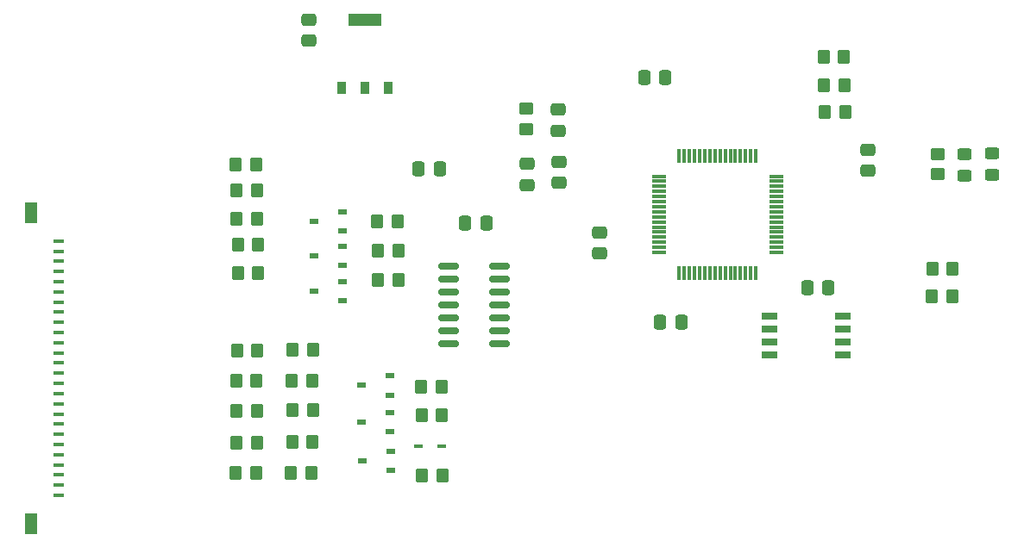
<source format=gbr>
%TF.GenerationSoftware,KiCad,Pcbnew,9.0.5*%
%TF.CreationDate,2025-10-22T22:52:51+01:00*%
%TF.ProjectId,Gotek,476f7465-6b2e-46b6-9963-61645f706362,rev?*%
%TF.SameCoordinates,Original*%
%TF.FileFunction,Paste,Top*%
%TF.FilePolarity,Positive*%
%FSLAX46Y46*%
G04 Gerber Fmt 4.6, Leading zero omitted, Abs format (unit mm)*
G04 Created by KiCad (PCBNEW 9.0.5) date 2025-10-22 22:52:51*
%MOMM*%
%LPD*%
G01*
G04 APERTURE LIST*
G04 Aperture macros list*
%AMRoundRect*
0 Rectangle with rounded corners*
0 $1 Rounding radius*
0 $2 $3 $4 $5 $6 $7 $8 $9 X,Y pos of 4 corners*
0 Add a 4 corners polygon primitive as box body*
4,1,4,$2,$3,$4,$5,$6,$7,$8,$9,$2,$3,0*
0 Add four circle primitives for the rounded corners*
1,1,$1+$1,$2,$3*
1,1,$1+$1,$4,$5*
1,1,$1+$1,$6,$7*
1,1,$1+$1,$8,$9*
0 Add four rect primitives between the rounded corners*
20,1,$1+$1,$2,$3,$4,$5,0*
20,1,$1+$1,$4,$5,$6,$7,0*
20,1,$1+$1,$6,$7,$8,$9,0*
20,1,$1+$1,$8,$9,$2,$3,0*%
G04 Aperture macros list end*
%ADD10RoundRect,0.250000X-0.350000X-0.450000X0.350000X-0.450000X0.350000X0.450000X-0.350000X0.450000X0*%
%ADD11RoundRect,0.250000X-0.475000X0.337500X-0.475000X-0.337500X0.475000X-0.337500X0.475000X0.337500X0*%
%ADD12R,0.900000X0.600000*%
%ADD13RoundRect,0.250000X0.450000X-0.325000X0.450000X0.325000X-0.450000X0.325000X-0.450000X-0.325000X0*%
%ADD14RoundRect,0.250000X-0.337500X-0.475000X0.337500X-0.475000X0.337500X0.475000X-0.337500X0.475000X0*%
%ADD15R,1.650000X0.700000*%
%ADD16R,0.820000X0.420000*%
%ADD17R,1.475000X0.300000*%
%ADD18R,0.300000X1.475000*%
%ADD19R,1.000000X0.400000*%
%ADD20R,1.300000X2.000000*%
%ADD21RoundRect,0.250000X0.337500X0.475000X-0.337500X0.475000X-0.337500X-0.475000X0.337500X-0.475000X0*%
%ADD22RoundRect,0.250000X-0.450000X0.350000X-0.450000X-0.350000X0.450000X-0.350000X0.450000X0.350000X0*%
%ADD23R,0.950000X1.300000*%
%ADD24R,3.250000X1.300000*%
%ADD25RoundRect,0.250000X0.350000X0.450000X-0.350000X0.450000X-0.350000X-0.450000X0.350000X-0.450000X0*%
%ADD26RoundRect,0.150000X-0.825000X-0.150000X0.825000X-0.150000X0.825000X0.150000X-0.825000X0.150000X0*%
G04 APERTURE END LIST*
D10*
%TO.C,RB1*%
X176755550Y-62506225D03*
X178755550Y-62506225D03*
%TD*%
%TO.C,PU5*%
X119195975Y-91357450D03*
X121195975Y-91357450D03*
%TD*%
D11*
%TO.C,C4*%
X147659725Y-73025725D03*
X147659725Y-75100725D03*
%TD*%
D12*
%TO.C,Q5*%
X134226125Y-99390875D03*
X134226125Y-97490875D03*
X131426125Y-98440875D03*
%TD*%
D10*
%TO.C,RN4*%
X137337925Y-103641525D03*
X139337925Y-103641525D03*
%TD*%
D12*
%TO.C,Q6*%
X134226125Y-95761850D03*
X134226125Y-93861850D03*
X131426125Y-94811850D03*
%TD*%
D13*
%TO.C,L5*%
X190595250Y-74173550D03*
X190595250Y-72123550D03*
%TD*%
D14*
%TO.C,C20*%
X141561275Y-78879700D03*
X143636275Y-78879700D03*
%TD*%
D10*
%TO.C,RA1*%
X176860200Y-67922775D03*
X178860200Y-67922775D03*
%TD*%
%TO.C,PU12*%
X119056275Y-103397050D03*
X121056275Y-103397050D03*
%TD*%
D14*
%TO.C,C6*%
X159165925Y-64573150D03*
X161240925Y-64573150D03*
%TD*%
D10*
%TO.C,PU13*%
X124498225Y-103431975D03*
X126498225Y-103431975D03*
%TD*%
%TO.C,PU2*%
X119164225Y-78432025D03*
X121164225Y-78432025D03*
%TD*%
%TO.C,PU11*%
X119126125Y-100466525D03*
X121126125Y-100466525D03*
%TD*%
D12*
%TO.C,Q3*%
X129523775Y-86497200D03*
X129523775Y-84597200D03*
X126723775Y-85547200D03*
%TD*%
D10*
%TO.C,PU9*%
X119126125Y-97326450D03*
X121126125Y-97326450D03*
%TD*%
D12*
%TO.C,Q4*%
X134261050Y-103159600D03*
X134261050Y-101259600D03*
X131461050Y-102209600D03*
%TD*%
D10*
%TO.C,RN2*%
X133016750Y-81600675D03*
X135016750Y-81600675D03*
%TD*%
%TO.C,PU8*%
X124637925Y-97221675D03*
X126637925Y-97221675D03*
%TD*%
D14*
%TO.C,C18*%
X137027375Y-73539350D03*
X139102375Y-73539350D03*
%TD*%
D11*
%TO.C,C5*%
X150764875Y-72851100D03*
X150764875Y-74926100D03*
%TD*%
D15*
%TO.C,U8*%
X171469500Y-88026875D03*
X171469500Y-89296875D03*
X171469500Y-90566875D03*
X171469500Y-91836875D03*
X178669500Y-91836875D03*
X178669500Y-90566875D03*
X178669500Y-89296875D03*
X178669500Y-88026875D03*
%TD*%
D10*
%TO.C,RN1*%
X132934075Y-78705075D03*
X134934075Y-78705075D03*
%TD*%
D12*
%TO.C,Q2*%
X129552525Y-83042800D03*
X129552525Y-81142800D03*
X126752525Y-82092800D03*
%TD*%
D16*
%TO.C,DID1*%
X139313300Y-100812600D03*
X137013300Y-100812600D03*
%TD*%
D10*
%TO.C,RN3*%
X133016750Y-84461350D03*
X135016750Y-84461350D03*
%TD*%
%TO.C,RN5*%
X137303000Y-97742375D03*
X139303000Y-97742375D03*
%TD*%
D11*
%TO.C,C3*%
X150729950Y-67688550D03*
X150729950Y-69763550D03*
%TD*%
D17*
%TO.C,U3*%
X160606600Y-74250225D03*
X160606600Y-74750225D03*
X160606600Y-75250225D03*
X160606600Y-75750225D03*
X160606600Y-76250225D03*
X160606600Y-76750225D03*
X160606600Y-77250225D03*
X160606600Y-77750225D03*
X160606600Y-78250225D03*
X160606600Y-78750225D03*
X160606600Y-79250225D03*
X160606600Y-79750225D03*
X160606600Y-80250225D03*
X160606600Y-80750225D03*
X160606600Y-81250225D03*
X160606600Y-81750225D03*
D18*
X162594600Y-83738225D03*
X163094600Y-83738225D03*
X163594600Y-83738225D03*
X164094600Y-83738225D03*
X164594600Y-83738225D03*
X165094600Y-83738225D03*
X165594600Y-83738225D03*
X166094600Y-83738225D03*
X166594600Y-83738225D03*
X167094600Y-83738225D03*
X167594600Y-83738225D03*
X168094600Y-83738225D03*
X168594600Y-83738225D03*
X169094600Y-83738225D03*
X169594600Y-83738225D03*
X170094600Y-83738225D03*
D17*
X172082600Y-81750225D03*
X172082600Y-81250225D03*
X172082600Y-80750225D03*
X172082600Y-80250225D03*
X172082600Y-79750225D03*
X172082600Y-79250225D03*
X172082600Y-78750225D03*
X172082600Y-78250225D03*
X172082600Y-77750225D03*
X172082600Y-77250225D03*
X172082600Y-76750225D03*
X172082600Y-76250225D03*
X172082600Y-75750225D03*
X172082600Y-75250225D03*
X172082600Y-74750225D03*
X172082600Y-74250225D03*
D18*
X170094600Y-72262225D03*
X169594600Y-72262225D03*
X169094600Y-72262225D03*
X168594600Y-72262225D03*
X168094600Y-72262225D03*
X167594600Y-72262225D03*
X167094600Y-72262225D03*
X166594600Y-72262225D03*
X166094600Y-72262225D03*
X165594600Y-72262225D03*
X165094600Y-72262225D03*
X164594600Y-72262225D03*
X164094600Y-72262225D03*
X163594600Y-72262225D03*
X163094600Y-72262225D03*
X162594600Y-72262225D03*
%TD*%
D10*
%TO.C,PU1*%
X119129300Y-75638025D03*
X121129300Y-75638025D03*
%TD*%
D19*
%TO.C,P1*%
X101666675Y-80618051D03*
X101666675Y-81618051D03*
X101666675Y-82618052D03*
X101666675Y-83618050D03*
X101666675Y-84618050D03*
X101666675Y-85618051D03*
X101666675Y-86618051D03*
X101666675Y-87618049D03*
X101666675Y-88618050D03*
X101666675Y-89618050D03*
X101666675Y-90618051D03*
X101666675Y-91618051D03*
X101666675Y-92618049D03*
X101666675Y-93618050D03*
X101666675Y-94618051D03*
X101666675Y-95618051D03*
X101666675Y-96618052D03*
X101666675Y-97618050D03*
X101666675Y-98618050D03*
X101666675Y-99618051D03*
X101666675Y-100618051D03*
X101666675Y-101618052D03*
X101666675Y-102618050D03*
X101666675Y-103618050D03*
X101666675Y-104618051D03*
X101666675Y-105618051D03*
D20*
X98966676Y-77818076D03*
X98966676Y-108418026D03*
%TD*%
D11*
%TO.C,C23*%
X126253875Y-58846900D03*
X126253875Y-60921900D03*
%TD*%
D10*
%TO.C,PU6*%
X124555250Y-94322900D03*
X126555250Y-94322900D03*
%TD*%
%TO.C,RN6*%
X137233150Y-94916625D03*
X139233150Y-94916625D03*
%TD*%
%TO.C,R2*%
X187375925Y-86077425D03*
X189375925Y-86077425D03*
%TD*%
D21*
%TO.C,C8*%
X162797400Y-88576150D03*
X160722400Y-88576150D03*
%TD*%
D22*
%TO.C,R10*%
X147589875Y-67621275D03*
X147589875Y-69621275D03*
%TD*%
D10*
%TO.C,RC1*%
X176809525Y-65354200D03*
X178809525Y-65354200D03*
%TD*%
D23*
%TO.C,U4*%
X129434400Y-65554600D03*
X131724400Y-65554600D03*
X134014400Y-65554600D03*
D24*
X131724400Y-58854600D03*
%TD*%
D10*
%TO.C,PU10*%
X124603000Y-100396675D03*
X126603000Y-100396675D03*
%TD*%
D25*
%TO.C,RN13*%
X121059450Y-73091675D03*
X119059450Y-73091675D03*
%TD*%
D12*
%TO.C,Q1*%
X129517600Y-79623325D03*
X129517600Y-77723325D03*
X126717600Y-78673325D03*
%TD*%
D13*
%TO.C,L4*%
X193328925Y-74084925D03*
X193328925Y-72034925D03*
%TD*%
D10*
%TO.C,PU14*%
X119269000Y-83734275D03*
X121269000Y-83734275D03*
%TD*%
D26*
%TO.C,U1*%
X139984075Y-83127850D03*
X139984075Y-84397850D03*
X139984075Y-85667850D03*
X139984075Y-86937850D03*
X139984075Y-88207850D03*
X139984075Y-89477850D03*
X139984075Y-90747850D03*
X144934075Y-90747850D03*
X144934075Y-89477850D03*
X144934075Y-88207850D03*
X144934075Y-86937850D03*
X144934075Y-85667850D03*
X144934075Y-84397850D03*
X144934075Y-83127850D03*
%TD*%
D10*
%TO.C,R1*%
X187417200Y-83331050D03*
X189417200Y-83331050D03*
%TD*%
D22*
%TO.C,R21*%
X187915550Y-72059925D03*
X187915550Y-74059925D03*
%TD*%
D11*
%TO.C,C9*%
X154774900Y-79794825D03*
X154774900Y-81869825D03*
%TD*%
D25*
%TO.C,PU4*%
X126637925Y-91287600D03*
X124637925Y-91287600D03*
%TD*%
D11*
%TO.C,C7*%
X181105175Y-71628725D03*
X181105175Y-73703725D03*
%TD*%
D10*
%TO.C,PU3*%
X119269000Y-80978375D03*
X121269000Y-80978375D03*
%TD*%
%TO.C,PU7*%
X119091200Y-94322900D03*
X121091200Y-94322900D03*
%TD*%
D14*
%TO.C,C16*%
X175146425Y-85185250D03*
X177221425Y-85185250D03*
%TD*%
M02*

</source>
